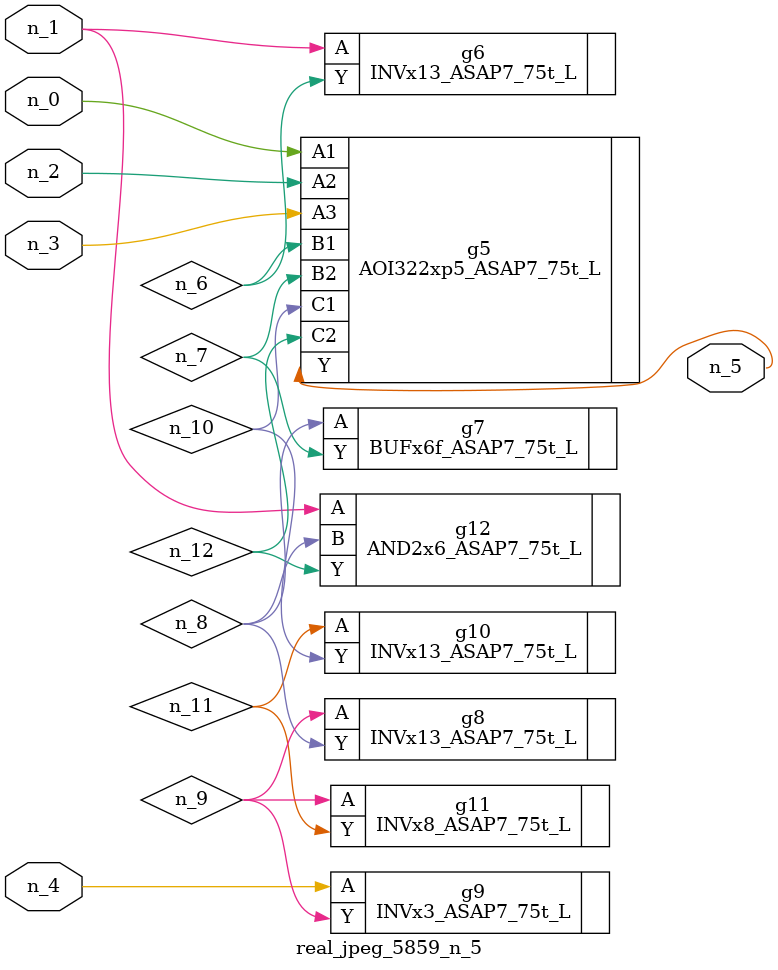
<source format=v>
module real_jpeg_5859_n_5 (n_4, n_0, n_1, n_2, n_3, n_5);

input n_4;
input n_0;
input n_1;
input n_2;
input n_3;

output n_5;

wire n_12;
wire n_8;
wire n_11;
wire n_6;
wire n_7;
wire n_10;
wire n_9;

AOI322xp5_ASAP7_75t_L g5 ( 
.A1(n_0),
.A2(n_2),
.A3(n_3),
.B1(n_6),
.B2(n_7),
.C1(n_10),
.C2(n_12),
.Y(n_5)
);

INVx13_ASAP7_75t_L g6 ( 
.A(n_1),
.Y(n_6)
);

AND2x6_ASAP7_75t_L g12 ( 
.A(n_1),
.B(n_8),
.Y(n_12)
);

INVx3_ASAP7_75t_L g9 ( 
.A(n_4),
.Y(n_9)
);

BUFx6f_ASAP7_75t_L g7 ( 
.A(n_8),
.Y(n_7)
);

INVx13_ASAP7_75t_L g8 ( 
.A(n_9),
.Y(n_8)
);

INVx8_ASAP7_75t_L g11 ( 
.A(n_9),
.Y(n_11)
);

INVx13_ASAP7_75t_L g10 ( 
.A(n_11),
.Y(n_10)
);


endmodule
</source>
